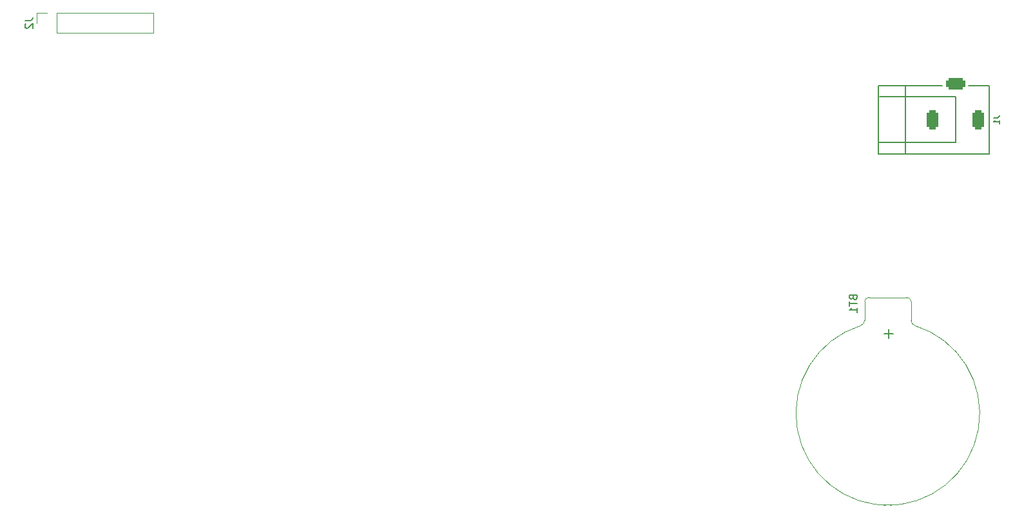
<source format=gbr>
%TF.GenerationSoftware,KiCad,Pcbnew,(6.0.5-0)*%
%TF.CreationDate,2022-07-22T21:53:24-07:00*%
%TF.ProjectId,Gitclock,47697463-6c6f-4636-9b2e-6b696361645f,rev?*%
%TF.SameCoordinates,PX4c4db10PY8b48bd0*%
%TF.FileFunction,Legend,Bot*%
%TF.FilePolarity,Positive*%
%FSLAX46Y46*%
G04 Gerber Fmt 4.6, Leading zero omitted, Abs format (unit mm)*
G04 Created by KiCad (PCBNEW (6.0.5-0)) date 2022-07-22 21:53:24*
%MOMM*%
%LPD*%
G01*
G04 APERTURE LIST*
G04 Aperture macros list*
%AMRoundRect*
0 Rectangle with rounded corners*
0 $1 Rounding radius*
0 $2 $3 $4 $5 $6 $7 $8 $9 X,Y pos of 4 corners*
0 Add a 4 corners polygon primitive as box body*
4,1,4,$2,$3,$4,$5,$6,$7,$8,$9,$2,$3,0*
0 Add four circle primitives for the rounded corners*
1,1,$1+$1,$2,$3*
1,1,$1+$1,$4,$5*
1,1,$1+$1,$6,$7*
1,1,$1+$1,$8,$9*
0 Add four rect primitives between the rounded corners*
20,1,$1+$1,$2,$3,$4,$5,0*
20,1,$1+$1,$4,$5,$6,$7,0*
20,1,$1+$1,$6,$7,$8,$9,0*
20,1,$1+$1,$8,$9,$2,$3,0*%
G04 Aperture macros list end*
%ADD10C,0.150000*%
%ADD11C,0.152400*%
%ADD12C,0.120000*%
%ADD13C,0.203200*%
%ADD14C,3.200000*%
%ADD15R,1.600000X1.600000*%
%ADD16O,1.600000X1.600000*%
%ADD17C,3.000000*%
%ADD18R,1.800000X2.600000*%
%ADD19O,1.800000X2.600000*%
%ADD20R,1.700000X1.700000*%
%ADD21O,1.700000X1.700000*%
%ADD22C,2.000000*%
%ADD23C,1.440000*%
%ADD24R,2.000000X2.000000*%
%ADD25R,1.400000X1.400000*%
%ADD26C,1.400000*%
%ADD27RoundRect,0.400000X-0.400000X0.900000X-0.400000X-0.900000X0.400000X-0.900000X0.400000X0.900000X0*%
%ADD28RoundRect,0.400000X-0.900000X0.400000X-0.900000X-0.400000X0.900000X-0.400000X0.900000X0.400000X0*%
%ADD29R,3.000000X3.000000*%
G04 APERTURE END LIST*
D10*
%TO.C,J2*%
X9822380Y86693334D02*
X10536666Y86693334D01*
X10679523Y86740953D01*
X10774761Y86836191D01*
X10822380Y86979048D01*
X10822380Y87074286D01*
X9917619Y86264762D02*
X9870000Y86217143D01*
X9822380Y86121905D01*
X9822380Y85883810D01*
X9870000Y85788572D01*
X9917619Y85740953D01*
X10012857Y85693334D01*
X10108095Y85693334D01*
X10250952Y85740953D01*
X10822380Y86312381D01*
X10822380Y85693334D01*
D11*
%TO.C,J1*%
X137072914Y73914000D02*
X137617200Y73914000D01*
X137726057Y73950286D01*
X137798628Y74022858D01*
X137834914Y74131715D01*
X137834914Y74204286D01*
X137834914Y73152000D02*
X137834914Y73587429D01*
X137834914Y73369715D02*
X137072914Y73369715D01*
X137181771Y73442286D01*
X137254342Y73514858D01*
X137290628Y73587429D01*
D10*
%TO.C,BT1*%
X118618571Y50295715D02*
X118666190Y50152858D01*
X118713809Y50105239D01*
X118809047Y50057620D01*
X118951904Y50057620D01*
X119047142Y50105239D01*
X119094761Y50152858D01*
X119142380Y50248096D01*
X119142380Y50629048D01*
X118142380Y50629048D01*
X118142380Y50295715D01*
X118190000Y50200477D01*
X118237619Y50152858D01*
X118332857Y50105239D01*
X118428095Y50105239D01*
X118523333Y50152858D01*
X118570952Y50200477D01*
X118618571Y50295715D01*
X118618571Y50629048D01*
X118142380Y49771905D02*
X118142380Y49200477D01*
X119142380Y49486191D02*
X118142380Y49486191D01*
X119142380Y48343334D02*
X119142380Y48914762D01*
X119142380Y48629048D02*
X118142380Y48629048D01*
X118285238Y48724286D01*
X118380476Y48819524D01*
X118428095Y48914762D01*
X123297142Y46081429D02*
X123297142Y44938572D01*
X123868571Y45510000D02*
X122725714Y45510000D01*
D12*
%TO.C,J2*%
X13970000Y87690000D02*
X26730000Y87690000D01*
X26730000Y87690000D02*
X26730000Y85030000D01*
X13970000Y85030000D02*
X26730000Y85030000D01*
X12700000Y87690000D02*
X11370000Y87690000D01*
X13970000Y87690000D02*
X13970000Y85030000D01*
X11370000Y87690000D02*
X11370000Y86360000D01*
D13*
%TO.C,J1*%
X136480000Y78160000D02*
X136480000Y69160000D01*
X121980000Y70660000D02*
X132080000Y70660000D01*
X132080000Y70660000D02*
X132080000Y76660000D01*
X121980000Y69160000D02*
X121980000Y78160000D01*
X132080000Y76660000D02*
X122080000Y76660000D01*
X121980000Y78160000D02*
X130330000Y78160000D01*
X125480000Y78160000D02*
X125480000Y69160000D01*
X136480000Y78160000D02*
X133830000Y78160000D01*
X136480000Y69160000D02*
X121980000Y69160000D01*
D12*
%TO.C,BT1*%
X120140000Y47310000D02*
X120140000Y49760000D01*
X120690000Y50310000D02*
X125690000Y50310000D01*
X126240000Y49760000D02*
X126240000Y47310000D01*
X122674009Y22996557D02*
G75*
G03*
X126710000Y46610000I515991J12063443D01*
G01*
X120690000Y50310000D02*
G75*
G03*
X120140000Y49760000I-1J-549999D01*
G01*
X126240000Y49760000D02*
G75*
G03*
X125690000Y50310000I-549999J1D01*
G01*
X126240000Y47310000D02*
G75*
G03*
X126733485Y46605231I750000J0D01*
G01*
X119646515Y46605231D02*
G75*
G03*
X120140000Y47310000I-256515J704769D01*
G01*
X119670000Y46610000D02*
G75*
G03*
X123705991Y22996557I3520000J-11550000D01*
G01*
%TD*%
%LPC*%
D14*
%TO.C,H4*%
X134990000Y6050000D03*
%TD*%
D15*
%TO.C,U4*%
X33030000Y86350000D03*
D16*
X33030000Y83810000D03*
X33030000Y81270000D03*
X33030000Y78730000D03*
X40650000Y78730000D03*
X40650000Y81270000D03*
X40650000Y83810000D03*
X40650000Y86350000D03*
%TD*%
D17*
%TO.C,DS2*%
X106080000Y40757500D03*
X31080900Y40757500D03*
X31080900Y9756800D03*
X106079480Y9756800D03*
D18*
X36580000Y40757500D03*
D19*
X39120000Y40757500D03*
X41660000Y40757500D03*
X44200000Y40757500D03*
X46740000Y40757500D03*
X49280000Y40757500D03*
X51820000Y40757500D03*
X54360000Y40757500D03*
X56900000Y40757500D03*
X59440000Y40757500D03*
X61980000Y40757500D03*
X64520000Y40757500D03*
X67060000Y40757500D03*
X69600000Y40757500D03*
X72140000Y40757500D03*
X74680000Y40757500D03*
%TD*%
D15*
%TO.C,U1*%
X15240000Y80010000D03*
D16*
X15240000Y77470000D03*
X15240000Y74930000D03*
X15240000Y72390000D03*
X15240000Y69850000D03*
X15240000Y67310000D03*
X15240000Y64770000D03*
X15240000Y62230000D03*
X15240000Y59690000D03*
X15240000Y57150000D03*
X15240000Y54610000D03*
X15240000Y52070000D03*
X15240000Y49530000D03*
X15240000Y46990000D03*
X22860000Y46990000D03*
X22860000Y49530000D03*
X22860000Y52070000D03*
X22860000Y54610000D03*
X22860000Y57150000D03*
X22860000Y59690000D03*
X22860000Y62230000D03*
X22860000Y64770000D03*
X22860000Y67310000D03*
X22860000Y69850000D03*
X22860000Y72390000D03*
X22860000Y74930000D03*
X22860000Y77470000D03*
X22860000Y80010000D03*
%TD*%
D15*
%TO.C,U3*%
X54605000Y49540000D03*
D16*
X57145000Y49540000D03*
X59685000Y49540000D03*
X62225000Y49540000D03*
X64765000Y49540000D03*
X67305000Y49540000D03*
X69845000Y49540000D03*
X72385000Y49540000D03*
X74925000Y49540000D03*
X77465000Y49540000D03*
X80005000Y49540000D03*
X82545000Y49540000D03*
X82545000Y57160000D03*
X80005000Y57160000D03*
X77465000Y57160000D03*
X74925000Y57160000D03*
X72385000Y57160000D03*
X69845000Y57160000D03*
X67305000Y57160000D03*
X64765000Y57160000D03*
X62225000Y57160000D03*
X59685000Y57160000D03*
X57145000Y57160000D03*
X54605000Y57160000D03*
%TD*%
D20*
%TO.C,J3*%
X19050000Y15240000D03*
D21*
X19050000Y12700000D03*
X16510000Y15240000D03*
X16510000Y12700000D03*
X13970000Y15240000D03*
X13970000Y12700000D03*
%TD*%
D22*
%TO.C,TP4*%
X86360000Y55880000D03*
%TD*%
D14*
%TO.C,H2*%
X134990000Y86050000D03*
%TD*%
D23*
%TO.C,RV2*%
X40655000Y50800000D03*
X43195000Y53340000D03*
X40655000Y55880000D03*
%TD*%
D14*
%TO.C,SW5*%
X16760000Y34810000D03*
X16760000Y23610000D03*
D24*
X9260000Y31710000D03*
D22*
X9260000Y26710000D03*
X9260000Y29210000D03*
X23760000Y26710000D03*
X23760000Y31710000D03*
%TD*%
D14*
%TO.C,H3*%
X4990000Y6050000D03*
%TD*%
%TO.C,H1*%
X4990000Y86050000D03*
%TD*%
D22*
%TO.C,TP2*%
X54605000Y60960000D03*
%TD*%
%TO.C,TP1*%
X102870000Y46990000D03*
%TD*%
%TO.C,TP5*%
X118110000Y78740000D03*
%TD*%
%TO.C,TP3*%
X123190000Y19050000D03*
%TD*%
D25*
%TO.C,DS1*%
X60960000Y64770000D03*
D26*
X63500000Y64770000D03*
X66040000Y64770000D03*
X68580000Y64770000D03*
X71120000Y64770000D03*
X73660000Y64770000D03*
X76200000Y64770000D03*
X76200000Y80010000D03*
X73660000Y80010000D03*
X71120000Y80010000D03*
X68580000Y80010000D03*
X66040000Y80010000D03*
X63500000Y80010000D03*
X60960000Y80010000D03*
%TD*%
D24*
%TO.C,BZ1*%
X116670785Y55880000D03*
D22*
X111670785Y55880000D03*
%TD*%
D20*
%TO.C,J2*%
X12700000Y86360000D03*
D21*
X15240000Y86360000D03*
X17780000Y86360000D03*
X20320000Y86360000D03*
X22860000Y86360000D03*
X25400000Y86360000D03*
%TD*%
D27*
%TO.C,J1*%
X135080000Y73660000D03*
X129080000Y73660000D03*
D28*
X132080000Y78360000D03*
%TD*%
D29*
%TO.C,BT1*%
X123190000Y48260000D03*
D17*
X123190000Y27770000D03*
%TD*%
M02*

</source>
